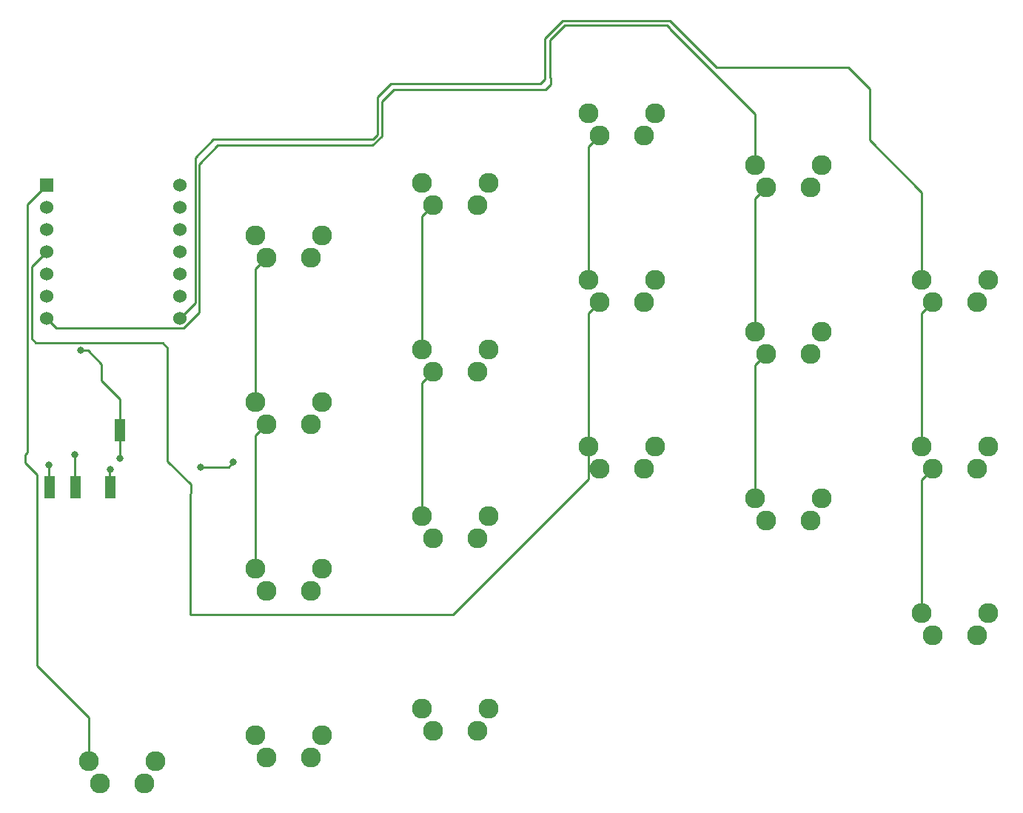
<source format=gbr>
%TF.GenerationSoftware,KiCad,Pcbnew,(6.0.4)*%
%TF.CreationDate,2022-04-22T20:25:04+08:00*%
%TF.ProjectId,Slice36,536c6963-6533-4362-9e6b-696361645f70,rev?*%
%TF.SameCoordinates,Original*%
%TF.FileFunction,Copper,L2,Bot*%
%TF.FilePolarity,Positive*%
%FSLAX46Y46*%
G04 Gerber Fmt 4.6, Leading zero omitted, Abs format (unit mm)*
G04 Created by KiCad (PCBNEW (6.0.4)) date 2022-04-22 20:25:04*
%MOMM*%
%LPD*%
G01*
G04 APERTURE LIST*
%TA.AperFunction,ComponentPad*%
%ADD10C,2.286000*%
%TD*%
%TA.AperFunction,ComponentPad*%
%ADD11R,1.524000X1.524000*%
%TD*%
%TA.AperFunction,ComponentPad*%
%ADD12C,1.524000*%
%TD*%
%TA.AperFunction,SMDPad,CuDef*%
%ADD13R,1.200000X2.500000*%
%TD*%
%TA.AperFunction,ViaPad*%
%ADD14C,0.800000*%
%TD*%
%TA.AperFunction,Conductor*%
%ADD15C,0.250000*%
%TD*%
G04 APERTURE END LIST*
D10*
%TO.P,Sw1,1,NE*%
%TO.N,Net-(D1-Pad2)*%
X36660000Y-157640000D03*
X35390000Y-160180000D03*
%TO.P,Sw1,2,NW*%
%TO.N,Net-(Sw1-Pad2)*%
X29040000Y-157640000D03*
X30310000Y-160180000D03*
%TD*%
%TO.P,Sw10,1,NE*%
%TO.N,Net-(D10-Pad2)*%
X93810000Y-83490000D03*
X92540000Y-86030000D03*
%TO.P,Sw10,2,NW*%
%TO.N,Net-(Sw10-Pad2)*%
X87460000Y-86030000D03*
X86190000Y-83490000D03*
%TD*%
%TO.P,Sw2,1,NE*%
%TO.N,Net-(D2-Pad2)*%
X54440000Y-157180000D03*
X55710000Y-154640000D03*
%TO.P,Sw2,2,NW*%
%TO.N,Net-(Sw1-Pad2)*%
X48090000Y-154640000D03*
X49360000Y-157180000D03*
%TD*%
%TO.P,Sw8,1,NE*%
%TO.N,Net-(D8-Pad2)*%
X74760000Y-110540000D03*
X73490000Y-113080000D03*
%TO.P,Sw8,2,NW*%
%TO.N,Net-(Sw7-Pad2)*%
X68410000Y-113080000D03*
X67140000Y-110540000D03*
%TD*%
%TO.P,Sw7,1,NE*%
%TO.N,Net-(D7-Pad2)*%
X73490000Y-94030000D03*
X74760000Y-91490000D03*
%TO.P,Sw7,2,NW*%
%TO.N,Net-(Sw7-Pad2)*%
X67140000Y-91490000D03*
X68410000Y-94030000D03*
%TD*%
%TO.P,Sw15,1,NE*%
%TO.N,Net-(Sw15-Pad1)*%
X111590000Y-130130000D03*
X112860000Y-127590000D03*
%TO.P,Sw15,2,SW*%
%TO.N,Net-(Sw15-Pad2)*%
X105240000Y-127590000D03*
X106510000Y-130130000D03*
%TD*%
%TO.P,Sw5,1,NE*%
%TO.N,Net-(D5-Pad2)*%
X54440000Y-119080000D03*
X55710000Y-116540000D03*
%TO.P,Sw5,2,SW*%
%TO.N,Net-(Sw4-Pad2)*%
X49360000Y-119080000D03*
X48090000Y-116540000D03*
%TD*%
%TO.P,Sw16,1,NE*%
%TO.N,Net-(D16-Pad2)*%
X131910000Y-102540000D03*
X130640000Y-105080000D03*
%TO.P,Sw16,2,SW*%
%TO.N,Net-(Sw17-Pad2)*%
X124290000Y-102540000D03*
X125560000Y-105080000D03*
%TD*%
%TO.P,Sw12,1,NE*%
%TO.N,Net-(D12-Pad2)*%
X92540000Y-124130000D03*
X93810000Y-121590000D03*
%TO.P,Sw12,2,NW*%
%TO.N,Net-(Sw10-Pad2)*%
X86190000Y-121590000D03*
X87460000Y-124130000D03*
%TD*%
%TO.P,Sw11,1,NE*%
%TO.N,Net-(D11-Pad2)*%
X92540000Y-105080000D03*
X93810000Y-102540000D03*
%TO.P,Sw11,2,NW*%
%TO.N,Net-(Sw10-Pad2)*%
X87460000Y-105080000D03*
X86190000Y-102540000D03*
%TD*%
%TO.P,Sw17,1,NE*%
%TO.N,Net-(D17-Pad2)*%
X131910000Y-121590000D03*
X130640000Y-124130000D03*
%TO.P,Sw17,2,NW*%
%TO.N,Net-(Sw17-Pad2)*%
X125560000Y-124130000D03*
X124290000Y-121590000D03*
%TD*%
D11*
%TO.P,U1,1,PA02_A0_D0*%
%TO.N,Net-(Sw1-Pad2)*%
X24150000Y-91770000D03*
D12*
%TO.P,U1,2,PA4_A1_D1*%
%TO.N,Net-(Sw4-Pad2)*%
X24150000Y-94310000D03*
%TO.P,U1,3,PA10_A2_D2*%
%TO.N,Net-(Sw7-Pad2)*%
X24150000Y-96850000D03*
%TO.P,U1,4,PA11_A3_D3*%
%TO.N,Net-(Sw10-Pad2)*%
X24150000Y-99390000D03*
%TO.P,U1,5,PA8_A4_D4_SDA*%
%TO.N,Net-(J1-PadR2)*%
X24150000Y-101930000D03*
%TO.P,U1,6,PA9_A5_D5_SCL*%
%TO.N,Net-(J1-PadR1)*%
X24150000Y-104470000D03*
%TO.P,U1,7,PB08_A6_D6_TX*%
%TO.N,Net-(Sw15-Pad2)*%
X24150000Y-107010000D03*
%TO.P,U1,8,PB09_A7_D7_RX*%
%TO.N,Net-(Sw17-Pad2)*%
X39390000Y-107010000D03*
%TO.P,U1,9,PA7_A8_D8_SCK*%
%TO.N,Net-(R1-Pad1)*%
X39390000Y-104470000D03*
%TO.P,U1,10,PA5_A9_D9_MISO*%
%TO.N,Net-(R2-Pad1)*%
X39390000Y-101930000D03*
%TO.P,U1,11,PA6_A10_D10_MOSI*%
%TO.N,Net-(R3-Pad1)*%
X39390000Y-99390000D03*
%TO.P,U1,12,3V3*%
%TO.N,Net-(J1-PadT)*%
X39390000Y-96850000D03*
%TO.P,U1,13,GND*%
%TO.N,Net-(J1-PadS)*%
X39390000Y-94310000D03*
%TO.P,U1,14,5V*%
%TO.N,unconnected-(U1-Pad14)*%
X39390000Y-91770000D03*
%TD*%
D10*
%TO.P,Sw3,1,NE*%
%TO.N,Net-(D3-Pad2)*%
X73490000Y-154180000D03*
X74760000Y-151640000D03*
%TO.P,Sw3,2,NW*%
%TO.N,Net-(Sw1-Pad2)*%
X67140000Y-151640000D03*
X68410000Y-154180000D03*
%TD*%
%TO.P,Sw13,1,NE*%
%TO.N,Net-(D13-Pad2)*%
X112860000Y-89490000D03*
X111590000Y-92030000D03*
%TO.P,Sw13,2,SW*%
%TO.N,Net-(Sw15-Pad2)*%
X106510000Y-92030000D03*
X105240000Y-89490000D03*
%TD*%
%TO.P,Sw9,1,NE*%
%TO.N,Net-(D9-Pad2)*%
X74760000Y-129590000D03*
X73490000Y-132130000D03*
%TO.P,Sw9,2,NW*%
%TO.N,Net-(Sw7-Pad2)*%
X68410000Y-132130000D03*
X67140000Y-129590000D03*
%TD*%
%TO.P,Sw4,1,NE*%
%TO.N,Net-(D4-Pad2)*%
X54440000Y-100030000D03*
X55710000Y-97490000D03*
%TO.P,Sw4,2,SW*%
%TO.N,Net-(Sw4-Pad2)*%
X49360000Y-100030000D03*
X48090000Y-97490000D03*
%TD*%
%TO.P,Sw6,1,NE*%
%TO.N,Net-(D6-Pad2)*%
X55710000Y-135590000D03*
X54440000Y-138130000D03*
%TO.P,Sw6,2,NW*%
%TO.N,Net-(Sw4-Pad2)*%
X49360000Y-138130000D03*
X48090000Y-135590000D03*
%TD*%
%TO.P,Sw18,1,NE*%
%TO.N,Net-(D18-Pad2)*%
X130640000Y-143180000D03*
X131910000Y-140640000D03*
%TO.P,Sw18,2,NW*%
%TO.N,Net-(Sw17-Pad2)*%
X124290000Y-140640000D03*
X125560000Y-143180000D03*
%TD*%
%TO.P,Sw14,1,NE*%
%TO.N,Net-(D14-Pad2)*%
X111590000Y-111080000D03*
X112860000Y-108540000D03*
%TO.P,Sw14,2,SW*%
%TO.N,Net-(Sw15-Pad2)*%
X106510000Y-111080000D03*
X105240000Y-108540000D03*
%TD*%
D13*
%TO.P,J1,R1*%
%TO.N,Net-(J1-PadR1)*%
X27475000Y-126250000D03*
%TO.P,J1,R2*%
%TO.N,Net-(J1-PadR2)*%
X24475000Y-126250000D03*
%TO.P,J1,S*%
%TO.N,Net-(J1-PadS)*%
X32575000Y-119750000D03*
%TO.P,J1,T*%
%TO.N,Net-(J1-PadT)*%
X31475000Y-126250000D03*
%TD*%
D14*
%TO.N,Net-(D11-Pad1)*%
X41810000Y-123970000D03*
X45510000Y-123420000D03*
%TO.N,Net-(J1-PadR1)*%
X27420000Y-122590000D03*
%TO.N,Net-(J1-PadR2)*%
X24430000Y-123770000D03*
%TO.N,Net-(J1-PadS)*%
X28075000Y-110650000D03*
X32520000Y-122970000D03*
%TO.N,Net-(J1-PadT)*%
X31420000Y-124290000D03*
%TD*%
D15*
%TO.N,Net-(D11-Pad1)*%
X41810000Y-123970000D02*
X44960000Y-123970000D01*
X44960000Y-123970000D02*
X45510000Y-123420000D01*
%TO.N,Net-(J1-PadR1)*%
X27400000Y-122610000D02*
X27420000Y-122590000D01*
X27400000Y-126990000D02*
X27400000Y-122610000D01*
%TO.N,Net-(J1-PadR2)*%
X24430000Y-123770000D02*
X24400000Y-123800000D01*
X24400000Y-123800000D02*
X24400000Y-126990000D01*
%TO.N,Net-(J1-PadS)*%
X32575000Y-116200000D02*
X30475000Y-114100000D01*
X30475000Y-114100000D02*
X30475000Y-112250000D01*
X30475000Y-112250000D02*
X28875000Y-110650000D01*
X32575000Y-119750000D02*
X32575000Y-116200000D01*
X32520000Y-122970000D02*
X32520000Y-120510000D01*
X28875000Y-110650000D02*
X28075000Y-110650000D01*
X32520000Y-120510000D02*
X32500000Y-120490000D01*
%TO.N,Net-(J1-PadT)*%
X31400000Y-124310000D02*
X31420000Y-124290000D01*
X31400000Y-126990000D02*
X31400000Y-124310000D01*
%TO.N,Net-(Sw1-Pad2)*%
X21750479Y-122534207D02*
X22000480Y-122284206D01*
X22000480Y-122284206D02*
X22000480Y-93919520D01*
X23100000Y-146700000D02*
X23100000Y-124815314D01*
X21750479Y-123465793D02*
X21750479Y-122534207D01*
X23100000Y-124815314D02*
X21750479Y-123465793D01*
X22000480Y-93919520D02*
X24150000Y-91770000D01*
X29040000Y-152640000D02*
X23100000Y-146700000D01*
X29040000Y-157640000D02*
X29040000Y-152640000D01*
%TO.N,Net-(Sw4-Pad2)*%
X48090000Y-135590000D02*
X48090000Y-120350000D01*
X48090000Y-120350000D02*
X49360000Y-119080000D01*
X48090000Y-101300000D02*
X49360000Y-100030000D01*
X48090000Y-116540000D02*
X48090000Y-101300000D01*
%TO.N,Net-(Sw7-Pad2)*%
X67140000Y-129590000D02*
X67140000Y-114350000D01*
X67140000Y-110540000D02*
X67140000Y-95300000D01*
X67140000Y-114350000D02*
X68410000Y-113080000D01*
X67140000Y-95300000D02*
X68410000Y-94030000D01*
%TO.N,Net-(Sw10-Pad2)*%
X40670000Y-126940000D02*
X40670000Y-125960000D01*
X70650000Y-140850000D02*
X40570000Y-140850000D01*
X86190000Y-87300000D02*
X87460000Y-86030000D01*
X38010000Y-123300000D02*
X38010000Y-110330000D01*
X40570000Y-127040000D02*
X40670000Y-126940000D01*
X22450000Y-109270000D02*
X22450000Y-101090000D01*
X86190000Y-102540000D02*
X86190000Y-87300000D01*
X37430000Y-109750000D02*
X22930000Y-109750000D01*
X40670000Y-125960000D02*
X38010000Y-123300000D01*
X86190000Y-125310000D02*
X70650000Y-140850000D01*
X86190000Y-121590000D02*
X86190000Y-106350000D01*
X86190000Y-121590000D02*
X86190000Y-125310000D01*
X40570000Y-140850000D02*
X40570000Y-127040000D01*
X22450000Y-101090000D02*
X24150000Y-99390000D01*
X22930000Y-109750000D02*
X22450000Y-109270000D01*
X38010000Y-110330000D02*
X37430000Y-109750000D01*
X86190000Y-106350000D02*
X87460000Y-105080000D01*
%TO.N,Net-(Sw15-Pad2)*%
X81780000Y-79450000D02*
X81790000Y-79460000D01*
X81200000Y-80800000D02*
X63870000Y-80800000D01*
X105240000Y-83640000D02*
X95440000Y-73840000D01*
X105240000Y-89490000D02*
X105240000Y-83640000D01*
X105240000Y-127590000D02*
X105240000Y-112350000D01*
X63870000Y-80800000D02*
X62499520Y-82170480D01*
X81780000Y-75130000D02*
X81780000Y-79450000D01*
X62499520Y-82170480D02*
X62499520Y-86146198D01*
X105240000Y-108540000D02*
X105240000Y-93300000D01*
X61445718Y-87200000D02*
X43760000Y-87200000D01*
X83420000Y-73490000D02*
X81780000Y-75130000D01*
X95440000Y-73840000D02*
X95440000Y-73790000D01*
X39840049Y-108096511D02*
X25236511Y-108096511D01*
X25236511Y-108096511D02*
X24150000Y-107010000D01*
X62499520Y-86146198D02*
X61445718Y-87200000D01*
X43760000Y-87200000D02*
X41619520Y-89340480D01*
X41619520Y-89340480D02*
X41619520Y-106317040D01*
X81790000Y-80210000D02*
X81200000Y-80800000D01*
X81790000Y-79460000D02*
X81790000Y-80210000D01*
X105240000Y-93300000D02*
X106510000Y-92030000D01*
X41619520Y-106317040D02*
X39840049Y-108096511D01*
X95140000Y-73490000D02*
X83420000Y-73490000D01*
X95440000Y-73790000D02*
X95140000Y-73490000D01*
X105240000Y-112350000D02*
X106510000Y-111080000D01*
%TO.N,Net-(Sw17-Pad2)*%
X124290000Y-92590000D02*
X118300000Y-86600000D01*
X80670000Y-80130000D02*
X63560000Y-80130000D01*
X43230000Y-86520000D02*
X41170000Y-88580000D01*
X124290000Y-106350000D02*
X125560000Y-105080000D01*
X61490000Y-86520000D02*
X43230000Y-86520000D01*
X81160000Y-74970000D02*
X81160000Y-79640000D01*
X95460000Y-72930000D02*
X83200000Y-72930000D01*
X81160000Y-79640000D02*
X80670000Y-80130000D01*
X63560000Y-80130000D02*
X62050000Y-81640000D01*
X100830000Y-78300000D02*
X95460000Y-72930000D01*
X41170000Y-88580000D02*
X41170000Y-105230000D01*
X41170000Y-105230000D02*
X39390000Y-107010000D01*
X83200000Y-72930000D02*
X81160000Y-74970000D01*
X124290000Y-125400000D02*
X125560000Y-124130000D01*
X124290000Y-102540000D02*
X124290000Y-92590000D01*
X62050000Y-81640000D02*
X62050000Y-85960000D01*
X62050000Y-85960000D02*
X61490000Y-86520000D01*
X124290000Y-140640000D02*
X124290000Y-125400000D01*
X124290000Y-121590000D02*
X124290000Y-106350000D01*
X118300000Y-86600000D02*
X118300000Y-80700000D01*
X115900000Y-78300000D02*
X100830000Y-78300000D01*
X118300000Y-80700000D02*
X115900000Y-78300000D01*
%TD*%
M02*

</source>
